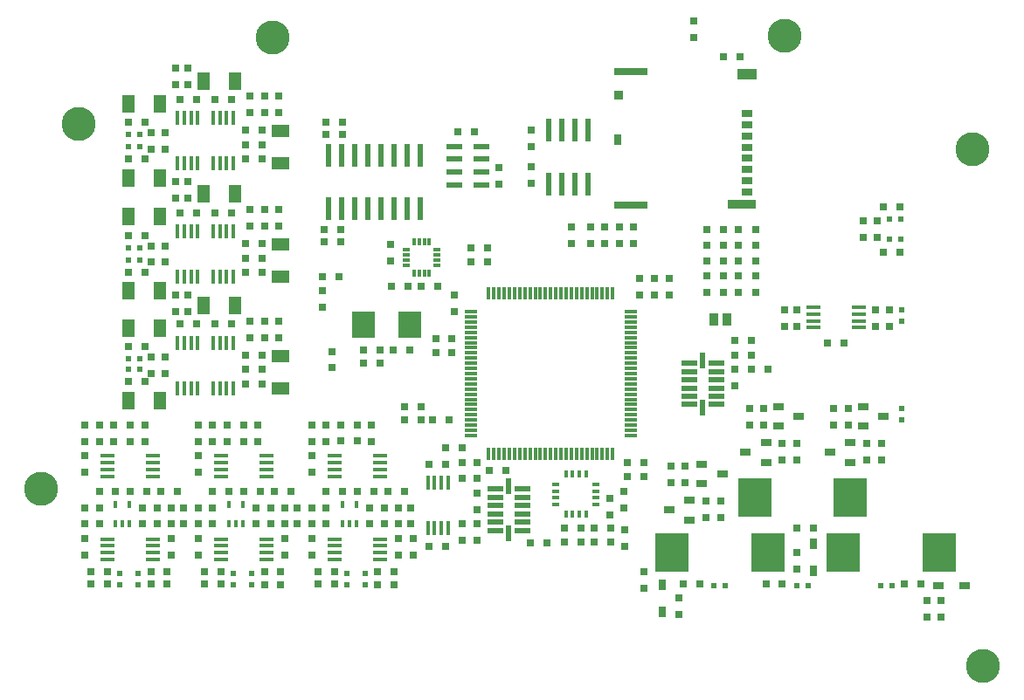
<source format=gtp>
%FSLAX46Y46*%
G04 Gerber Fmt 4.6, Leading zero omitted, Abs format (unit mm)*
G04 Created by KiCad (PCBNEW (2014-jul-16 BZR unknown)-product) date Fri 01 Aug 2014 23:31:30 BST*
%MOMM*%
G01*
G04 APERTURE LIST*
%ADD10C,0.100000*%
%ADD11R,1.200000X1.700000*%
%ADD12R,1.700000X1.200000*%
%ADD13R,0.500000X0.600000*%
%ADD14R,0.800000X0.800000*%
%ADD15R,0.600000X0.500000*%
%ADD16R,0.700000X1.000000*%
%ADD17R,1.000000X0.700000*%
%ADD18R,0.965200X1.270000*%
%ADD19R,1.400000X0.400000*%
%ADD20R,1.200000X0.300000*%
%ADD21R,0.300000X1.200000*%
%ADD22R,0.400000X0.800000*%
%ADD23R,1.545000X0.550000*%
%ADD24R,0.550000X1.545000*%
%ADD25R,1.500000X0.600000*%
%ADD26R,0.800000X0.300000*%
%ADD27R,0.300000X0.800000*%
%ADD28R,0.600000X2.200000*%
%ADD29R,0.400000X1.400000*%
%ADD30R,3.200000X3.700000*%
%ADD31R,1.000000X0.800000*%
%ADD32R,2.300000X2.500000*%
%ADD33R,1.100000X0.700000*%
%ADD34R,1.830000X1.140000*%
%ADD35R,2.800000X0.860000*%
%ADD36R,3.330000X0.700000*%
%ADD37R,0.930000X0.900000*%
%ADD38R,0.780000X1.050000*%
%ADD39C,3.300000*%
G04 APERTURE END LIST*
D10*
D11*
X12600000Y-10800000D03*
X15700000Y-10800000D03*
X23000000Y-8600000D03*
X19900000Y-8600000D03*
D12*
X27400000Y-16600000D03*
X27400000Y-13500000D03*
D11*
X12600000Y-18000000D03*
X15700000Y-18000000D03*
X12600000Y-21800000D03*
X15700000Y-21800000D03*
X23000000Y-19600000D03*
X19900000Y-19600000D03*
D12*
X27400000Y-27600000D03*
X27400000Y-24500000D03*
D11*
X12600000Y-29000000D03*
X15700000Y-29000000D03*
X12600000Y-32600000D03*
X15700000Y-32600000D03*
X23000000Y-30400000D03*
X19900000Y-30400000D03*
D12*
X27400000Y-38400000D03*
X27400000Y-35300000D03*
D11*
X12600000Y-39600000D03*
X15700000Y-39600000D03*
D13*
X87600000Y-40400000D03*
X87600000Y-41500000D03*
X87600000Y-30800000D03*
X87600000Y-31900000D03*
X11800000Y-56400000D03*
X11800000Y-57500000D03*
X13600000Y-56400000D03*
X13600000Y-57500000D03*
X22800000Y-56400000D03*
X22800000Y-57500000D03*
X24600000Y-56400000D03*
X24600000Y-57500000D03*
X33800000Y-56400000D03*
X33800000Y-57500000D03*
X35600000Y-56400000D03*
X35600000Y-57500000D03*
D14*
X71750000Y-29100000D03*
X73400000Y-29100000D03*
X71750000Y-27550000D03*
X73400000Y-27550000D03*
X71750000Y-26050000D03*
X73400000Y-26050000D03*
X71750000Y-24550000D03*
X73400000Y-24550000D03*
X71750000Y-23050000D03*
X73400000Y-23050000D03*
D15*
X86400000Y-22000000D03*
X87500000Y-22000000D03*
X86400000Y-24000000D03*
X87500000Y-24000000D03*
D16*
X64400000Y-57500000D03*
X64400000Y-60100000D03*
D15*
X69400000Y-57600000D03*
X70500000Y-57600000D03*
D16*
X79000000Y-56100000D03*
X79000000Y-53500000D03*
D15*
X77400000Y-57600000D03*
X78500000Y-57600000D03*
D17*
X91100000Y-57600000D03*
X93700000Y-57600000D03*
D15*
X86600000Y-57600000D03*
X85500000Y-57600000D03*
X12600000Y-13800000D03*
X13700000Y-13800000D03*
X12600000Y-15000000D03*
X13700000Y-15000000D03*
X12600000Y-24800000D03*
X13700000Y-24800000D03*
X12600000Y-26000000D03*
X13700000Y-26000000D03*
X12600000Y-35600000D03*
X13700000Y-35600000D03*
X12600000Y-36600000D03*
X13700000Y-36600000D03*
D18*
X70635000Y-31750000D03*
X69365000Y-31750000D03*
D19*
X79000000Y-30600000D03*
X79000000Y-31250000D03*
X79000000Y-31900000D03*
X79000000Y-32550000D03*
X83400000Y-32550000D03*
X83400000Y-31900000D03*
X83400000Y-31250000D03*
X83400000Y-30600000D03*
D20*
X45800000Y-31000000D03*
X45800000Y-31500000D03*
X45800000Y-32000000D03*
X45800000Y-32500000D03*
X45800000Y-33000000D03*
X45800000Y-33500000D03*
X45800000Y-34000000D03*
X45800000Y-34500000D03*
X45800000Y-35000000D03*
X45800000Y-35500000D03*
X45800000Y-36000000D03*
X45800000Y-36500000D03*
X45800000Y-37000000D03*
X45800000Y-37500000D03*
X45800000Y-38000000D03*
X45800000Y-38500000D03*
X45800000Y-39000000D03*
X45800000Y-39500000D03*
X45800000Y-40000000D03*
X45800000Y-40500000D03*
X45800000Y-41000000D03*
X45800000Y-41500000D03*
X45800000Y-42000000D03*
X45800000Y-42500000D03*
X45800000Y-43000000D03*
D21*
X47550000Y-44750000D03*
X48050000Y-44750000D03*
X48550000Y-44750000D03*
X49050000Y-44750000D03*
X49550000Y-44750000D03*
X50050000Y-44750000D03*
X50550000Y-44750000D03*
X51050000Y-44750000D03*
X51550000Y-44750000D03*
X52050000Y-44750000D03*
X52550000Y-44750000D03*
X53050000Y-44750000D03*
X53550000Y-44750000D03*
X54050000Y-44750000D03*
X54550000Y-44750000D03*
X55050000Y-44750000D03*
X55550000Y-44750000D03*
X56050000Y-44750000D03*
X56550000Y-44750000D03*
X57050000Y-44750000D03*
X57550000Y-44750000D03*
X58050000Y-44750000D03*
X58550000Y-44750000D03*
X59050000Y-44750000D03*
X59550000Y-44750000D03*
D20*
X61300000Y-43000000D03*
X61300000Y-42500000D03*
X61300000Y-42000000D03*
X61300000Y-41500000D03*
X61300000Y-41000000D03*
X61300000Y-40500000D03*
X61300000Y-40000000D03*
X61300000Y-39500000D03*
X61300000Y-39000000D03*
X61300000Y-38500000D03*
X61300000Y-38000000D03*
X61300000Y-37500000D03*
X61300000Y-37000000D03*
X61300000Y-36500000D03*
X61300000Y-36000000D03*
X61300000Y-35500000D03*
X61300000Y-35000000D03*
X61300000Y-34500000D03*
X61300000Y-34000000D03*
X61300000Y-33500000D03*
X61300000Y-33000000D03*
X61300000Y-32500000D03*
X61300000Y-32000000D03*
X61300000Y-31500000D03*
X61300000Y-31000000D03*
D21*
X59550000Y-29250000D03*
X59050000Y-29250000D03*
X58550000Y-29250000D03*
X58050000Y-29250000D03*
X57550000Y-29250000D03*
X57050000Y-29250000D03*
X56550000Y-29250000D03*
X56050000Y-29250000D03*
X55550000Y-29250000D03*
X55050000Y-29250000D03*
X54550000Y-29250000D03*
X54050000Y-29250000D03*
X53550000Y-29250000D03*
X53050000Y-29250000D03*
X52550000Y-29250000D03*
X52050000Y-29250000D03*
X51550000Y-29250000D03*
X51050000Y-29250000D03*
X50550000Y-29250000D03*
X50050000Y-29250000D03*
X49550000Y-29250000D03*
X49050000Y-29250000D03*
X48550000Y-29250000D03*
X48050000Y-29250000D03*
X47550000Y-29250000D03*
D19*
X15000000Y-55000000D03*
X15000000Y-54350000D03*
X15000000Y-53700000D03*
X15000000Y-53050000D03*
X10600000Y-53050000D03*
X10600000Y-53700000D03*
X10600000Y-54350000D03*
X10600000Y-55000000D03*
X10600000Y-45000000D03*
X10600000Y-45650000D03*
X10600000Y-46300000D03*
X10600000Y-46950000D03*
X15000000Y-46950000D03*
X15000000Y-46300000D03*
X15000000Y-45650000D03*
X15000000Y-45000000D03*
D22*
X11400000Y-51600000D03*
X12050000Y-51600000D03*
X12700000Y-51600000D03*
X11400000Y-49700000D03*
X12700000Y-49700000D03*
D19*
X26000000Y-55000000D03*
X26000000Y-54350000D03*
X26000000Y-53700000D03*
X26000000Y-53050000D03*
X21600000Y-53050000D03*
X21600000Y-53700000D03*
X21600000Y-54350000D03*
X21600000Y-55000000D03*
X21600000Y-45000000D03*
X21600000Y-45650000D03*
X21600000Y-46300000D03*
X21600000Y-46950000D03*
X26000000Y-46950000D03*
X26000000Y-46300000D03*
X26000000Y-45650000D03*
X26000000Y-45000000D03*
D22*
X22400000Y-51600000D03*
X23050000Y-51600000D03*
X23700000Y-51600000D03*
X22400000Y-49700000D03*
X23700000Y-49700000D03*
D19*
X37000000Y-55000000D03*
X37000000Y-54350000D03*
X37000000Y-53700000D03*
X37000000Y-53050000D03*
X32600000Y-53050000D03*
X32600000Y-53700000D03*
X32600000Y-54350000D03*
X32600000Y-55000000D03*
X32600000Y-45000000D03*
X32600000Y-45650000D03*
X32600000Y-46300000D03*
X32600000Y-46950000D03*
X37000000Y-46950000D03*
X37000000Y-46300000D03*
X37000000Y-45650000D03*
X37000000Y-45000000D03*
D22*
X33400000Y-51600000D03*
X34050000Y-51600000D03*
X34700000Y-51600000D03*
X33400000Y-49700000D03*
X34700000Y-49700000D03*
D23*
X48200000Y-48200000D03*
X48200000Y-49000000D03*
X48200000Y-49800000D03*
X48200000Y-50600000D03*
X48200000Y-51400000D03*
X48200000Y-52200000D03*
X50795000Y-52200000D03*
X50795000Y-51400000D03*
X50795000Y-50600000D03*
X50795000Y-49800000D03*
X50795000Y-49000000D03*
X50795000Y-48200000D03*
D24*
X49500000Y-47902500D03*
X49500000Y-52497500D03*
D23*
X69600000Y-40000000D03*
X69600000Y-39200000D03*
X69600000Y-38400000D03*
X69600000Y-37600000D03*
X69600000Y-36800000D03*
X69600000Y-36000000D03*
X67005000Y-36000000D03*
X67005000Y-36800000D03*
X67005000Y-37600000D03*
X67005000Y-38400000D03*
X67005000Y-39200000D03*
X67005000Y-40000000D03*
D24*
X68300000Y-40297500D03*
X68300000Y-35702500D03*
D25*
X46800000Y-18700000D03*
X46800000Y-17450000D03*
X46800000Y-16200000D03*
X44200000Y-16200000D03*
X44200000Y-17450000D03*
X44200000Y-18700000D03*
X46800000Y-14950000D03*
X44200000Y-14950000D03*
D26*
X57950000Y-49700000D03*
X57950000Y-49050000D03*
X57950000Y-48400000D03*
X57950000Y-47750000D03*
D27*
X56975000Y-46775000D03*
X56325000Y-46775000D03*
X55675000Y-46775000D03*
X55025000Y-46775000D03*
D26*
X54050000Y-47750000D03*
X54050000Y-48400000D03*
X54050000Y-49050000D03*
X54050000Y-49700000D03*
D27*
X55025000Y-50675000D03*
X55675000Y-50675000D03*
X56325000Y-50675000D03*
X56975000Y-50675000D03*
D28*
X32000000Y-21000000D03*
X33270000Y-21000000D03*
X34540000Y-21000000D03*
X35810000Y-21000000D03*
X35810000Y-15793000D03*
X34540000Y-15793000D03*
X33270000Y-15793000D03*
X32000000Y-15793000D03*
X37080000Y-21000000D03*
X38350000Y-21000000D03*
X39620000Y-21000000D03*
X40890000Y-21000000D03*
X37080000Y-15793000D03*
X38350000Y-15793000D03*
X39620000Y-15793000D03*
X40890000Y-15793000D03*
X53350000Y-18600000D03*
X54620000Y-18600000D03*
X55890000Y-18600000D03*
X57160000Y-18600000D03*
X57160000Y-13393000D03*
X55890000Y-13393000D03*
X54620000Y-13393000D03*
X53350000Y-13393000D03*
D29*
X17400000Y-16600000D03*
X18050000Y-16600000D03*
X18700000Y-16600000D03*
X19350000Y-16600000D03*
X19350000Y-12200000D03*
X18700000Y-12200000D03*
X18050000Y-12200000D03*
X17400000Y-12200000D03*
X22800000Y-12200000D03*
X22150000Y-12200000D03*
X21500000Y-12200000D03*
X20850000Y-12200000D03*
X20850000Y-16600000D03*
X21500000Y-16600000D03*
X22150000Y-16600000D03*
X22800000Y-16600000D03*
X17400000Y-27600000D03*
X18050000Y-27600000D03*
X18700000Y-27600000D03*
X19350000Y-27600000D03*
X19350000Y-23200000D03*
X18700000Y-23200000D03*
X18050000Y-23200000D03*
X17400000Y-23200000D03*
X22800000Y-23200000D03*
X22150000Y-23200000D03*
X21500000Y-23200000D03*
X20850000Y-23200000D03*
X20850000Y-27600000D03*
X21500000Y-27600000D03*
X22150000Y-27600000D03*
X22800000Y-27600000D03*
X17400000Y-38400000D03*
X18050000Y-38400000D03*
X18700000Y-38400000D03*
X19350000Y-38400000D03*
X19350000Y-34000000D03*
X18700000Y-34000000D03*
X18050000Y-34000000D03*
X17400000Y-34000000D03*
X22800000Y-34000000D03*
X22150000Y-34000000D03*
X21500000Y-34000000D03*
X20850000Y-34000000D03*
X20850000Y-38400000D03*
X21500000Y-38400000D03*
X22150000Y-38400000D03*
X22800000Y-38400000D03*
D14*
X45000000Y-47200000D03*
X45000000Y-45600000D03*
X46400000Y-45600000D03*
X46400000Y-47200000D03*
X60200000Y-22800000D03*
X60200000Y-24400000D03*
X61600000Y-22800000D03*
X61600000Y-24400000D03*
X58800000Y-22800000D03*
X58800000Y-24400000D03*
X57400000Y-22800000D03*
X57400000Y-24400000D03*
X55600000Y-22800000D03*
X55600000Y-24400000D03*
X35400000Y-36000000D03*
X37000000Y-36000000D03*
X16400000Y-57400000D03*
X14800000Y-57400000D03*
X15400000Y-50000000D03*
X15400000Y-51600000D03*
X16800000Y-54600000D03*
X16800000Y-53000000D03*
X8400000Y-53000000D03*
X8400000Y-54600000D03*
X9800000Y-50000000D03*
X9800000Y-51600000D03*
X8400000Y-45000000D03*
X8400000Y-46600000D03*
X9800000Y-42000000D03*
X9800000Y-43600000D03*
X14000000Y-51600000D03*
X14000000Y-50000000D03*
X27400000Y-57500000D03*
X25800000Y-57500000D03*
X26400000Y-50000000D03*
X26400000Y-51600000D03*
X27800000Y-54600000D03*
X27800000Y-53000000D03*
X19400000Y-53000000D03*
X19400000Y-54600000D03*
X20800000Y-50000000D03*
X20800000Y-51600000D03*
X19400000Y-45000000D03*
X19400000Y-46600000D03*
X20800000Y-42000000D03*
X20800000Y-43600000D03*
X25000000Y-51600000D03*
X25000000Y-50000000D03*
X38400000Y-57500000D03*
X36800000Y-57500000D03*
X37400000Y-50000000D03*
X37400000Y-51600000D03*
X38800000Y-54600000D03*
X38800000Y-53000000D03*
X30400000Y-53000000D03*
X30400000Y-54600000D03*
X31800000Y-50000000D03*
X31800000Y-51600000D03*
X30400000Y-45000000D03*
X30400000Y-46600000D03*
X31800000Y-42000000D03*
X31800000Y-43600000D03*
X36000000Y-51600000D03*
X36000000Y-50000000D03*
X53200000Y-53400000D03*
X51600000Y-53400000D03*
X73000000Y-33800000D03*
X71400000Y-33800000D03*
X60600000Y-50000000D03*
X60600000Y-48400000D03*
X47400000Y-26200000D03*
X45800000Y-26200000D03*
X59250000Y-50700000D03*
X59250000Y-49100000D03*
X47400000Y-24800000D03*
X45800000Y-24800000D03*
X46150000Y-13550000D03*
X44550000Y-13550000D03*
X60700000Y-52150000D03*
X60700000Y-53750000D03*
X70250000Y-29100000D03*
X68650000Y-29100000D03*
X70250000Y-27550000D03*
X68650000Y-27550000D03*
X70250000Y-26050000D03*
X68650000Y-26050000D03*
X70250000Y-24550000D03*
X68650000Y-24550000D03*
X70250000Y-23050000D03*
X68650000Y-23050000D03*
X85200000Y-22200000D03*
X85200000Y-23800000D03*
X83800000Y-22200000D03*
X83800000Y-23800000D03*
X68600000Y-51000000D03*
X68600000Y-49400000D03*
X65200000Y-46000000D03*
X65200000Y-47600000D03*
X70000000Y-51000000D03*
X70000000Y-49400000D03*
X66600000Y-46000000D03*
X66600000Y-47600000D03*
D30*
X74600000Y-54400000D03*
X65300000Y-54400000D03*
D14*
X68000000Y-57400000D03*
X66400000Y-57400000D03*
X66000000Y-58800000D03*
X66000000Y-60400000D03*
X76000000Y-45400000D03*
X76000000Y-43800000D03*
X72800000Y-40400000D03*
X72800000Y-42000000D03*
X77400000Y-45400000D03*
X77400000Y-43800000D03*
X74200000Y-40400000D03*
X74200000Y-42000000D03*
D30*
X82600000Y-49000000D03*
X73300000Y-49000000D03*
D14*
X76000000Y-57400000D03*
X74400000Y-57400000D03*
X77400000Y-56000000D03*
X77400000Y-54400000D03*
X84200000Y-45400000D03*
X84200000Y-43800000D03*
X81000000Y-40400000D03*
X81000000Y-42000000D03*
X85600000Y-45400000D03*
X85600000Y-43800000D03*
X82400000Y-40400000D03*
X82400000Y-42000000D03*
D30*
X91200000Y-54400000D03*
X81900000Y-54400000D03*
D14*
X87800000Y-57400000D03*
X89400000Y-57400000D03*
X90000000Y-59000000D03*
X90000000Y-60600000D03*
X14200000Y-12600000D03*
X12600000Y-12600000D03*
X19200000Y-10400000D03*
X17600000Y-10400000D03*
X22600000Y-10400000D03*
X21000000Y-10400000D03*
X25600000Y-13400000D03*
X24000000Y-13400000D03*
X24000000Y-14800000D03*
X25600000Y-14800000D03*
X14200000Y-16200000D03*
X12600000Y-16200000D03*
X16200000Y-15200000D03*
X16200000Y-13600000D03*
X14200000Y-23600000D03*
X12600000Y-23600000D03*
X19200000Y-21400000D03*
X17600000Y-21400000D03*
X22600000Y-21400000D03*
X21000000Y-21400000D03*
X25600000Y-24400000D03*
X24000000Y-24400000D03*
X24000000Y-25800000D03*
X25600000Y-25800000D03*
X14200000Y-27200000D03*
X12600000Y-27200000D03*
X16200000Y-26200000D03*
X16200000Y-24600000D03*
X14200000Y-34400000D03*
X12600000Y-34400000D03*
X19200000Y-32200000D03*
X17600000Y-32200000D03*
X22600000Y-32200000D03*
X21000000Y-32200000D03*
X25600000Y-35200000D03*
X24000000Y-35200000D03*
X24000000Y-36600000D03*
X25600000Y-36600000D03*
X14200000Y-37800000D03*
X12600000Y-37800000D03*
X16200000Y-37000000D03*
X16200000Y-35400000D03*
D27*
X41800000Y-24250000D03*
X41300000Y-24250000D03*
X40800000Y-24250000D03*
X40300000Y-24250000D03*
D26*
X39550000Y-25000000D03*
X39550000Y-25500000D03*
X39550000Y-26000000D03*
X39550000Y-26500000D03*
D27*
X40300000Y-27250000D03*
X40800000Y-27250000D03*
X41300000Y-27250000D03*
X41800000Y-27250000D03*
D26*
X42550000Y-26500000D03*
X42550000Y-26000000D03*
X42550000Y-25500000D03*
X42550000Y-25000000D03*
D14*
X24000000Y-38000000D03*
X25600000Y-38000000D03*
X24400000Y-31900000D03*
X24400000Y-33500000D03*
X14800000Y-35400000D03*
X14800000Y-37000000D03*
X27200000Y-33500000D03*
X27200000Y-31900000D03*
X25800000Y-33500000D03*
X25800000Y-31900000D03*
X17200000Y-31000000D03*
X17200000Y-29400000D03*
X18400000Y-31000000D03*
X18400000Y-29400000D03*
X24000000Y-27200000D03*
X25600000Y-27200000D03*
X24400000Y-21100000D03*
X24400000Y-22700000D03*
X14800000Y-24600000D03*
X14800000Y-26200000D03*
X27200000Y-22700000D03*
X27200000Y-21100000D03*
X25800000Y-22700000D03*
X25800000Y-21100000D03*
X17200000Y-20000000D03*
X17200000Y-18400000D03*
X18400000Y-20000000D03*
X18400000Y-18400000D03*
X24000000Y-16200000D03*
X25600000Y-16200000D03*
X24400000Y-10100000D03*
X24400000Y-11700000D03*
X14800000Y-13600000D03*
X14800000Y-15200000D03*
X27200000Y-11700000D03*
X27200000Y-10100000D03*
X25800000Y-11700000D03*
X25800000Y-10100000D03*
X17200000Y-9000000D03*
X17200000Y-7400000D03*
X18400000Y-9000000D03*
X18400000Y-7400000D03*
X91400000Y-60600000D03*
X91400000Y-59000000D03*
X77400000Y-52000000D03*
X79000000Y-52000000D03*
X62600000Y-57800000D03*
X62600000Y-56200000D03*
X51700000Y-15000000D03*
X51700000Y-13400000D03*
X87400000Y-25200000D03*
X85800000Y-25200000D03*
X51700000Y-16950000D03*
X51700000Y-18550000D03*
X85800000Y-20800000D03*
X87400000Y-20800000D03*
X31800000Y-13800000D03*
X33400000Y-13800000D03*
X33200000Y-23000000D03*
X31600000Y-23000000D03*
X31800000Y-12600000D03*
X33400000Y-12600000D03*
X33200000Y-24200000D03*
X31600000Y-24200000D03*
X42600000Y-28500000D03*
X41000000Y-28500000D03*
X59350000Y-52000000D03*
X57750000Y-52000000D03*
X38100000Y-28500000D03*
X39700000Y-28500000D03*
X59350000Y-53300000D03*
X57750000Y-53300000D03*
X56450000Y-52000000D03*
X54850000Y-52000000D03*
X56450000Y-53300000D03*
X54850000Y-53300000D03*
X38000000Y-24500000D03*
X38000000Y-26100000D03*
X48550000Y-18600000D03*
X48550000Y-17000000D03*
X73000000Y-36600000D03*
X74600000Y-36600000D03*
X71400000Y-35200000D03*
X73000000Y-35200000D03*
X71400000Y-38200000D03*
X71400000Y-36600000D03*
X45000000Y-53200000D03*
X45000000Y-51600000D03*
X46400000Y-53200000D03*
X46400000Y-51600000D03*
X46400000Y-48600000D03*
X46400000Y-50200000D03*
X34800000Y-43500000D03*
X33200000Y-43500000D03*
X36200000Y-43600000D03*
X36200000Y-42000000D03*
X36400000Y-48400000D03*
X34800000Y-48400000D03*
X31000000Y-56200000D03*
X32600000Y-56200000D03*
X38800000Y-51600000D03*
X38800000Y-50000000D03*
X33200000Y-42000000D03*
X34800000Y-42000000D03*
X31800000Y-48400000D03*
X33400000Y-48400000D03*
X37800000Y-48400000D03*
X39400000Y-48400000D03*
X32600000Y-57400000D03*
X31000000Y-57400000D03*
X40000000Y-50000000D03*
X40000000Y-51600000D03*
X30400000Y-42000000D03*
X30400000Y-43600000D03*
X30400000Y-50000000D03*
X30400000Y-51600000D03*
X38400000Y-56200000D03*
X36800000Y-56200000D03*
X23800000Y-43600000D03*
X22200000Y-43600000D03*
X25200000Y-43600000D03*
X25200000Y-42000000D03*
X25400000Y-48400000D03*
X23800000Y-48400000D03*
X20000000Y-56200000D03*
X21600000Y-56200000D03*
X27800000Y-51600000D03*
X27800000Y-50000000D03*
X22200000Y-42000000D03*
X23800000Y-42000000D03*
X20800000Y-48400000D03*
X22400000Y-48400000D03*
X26800000Y-48400000D03*
X28400000Y-48400000D03*
X21600000Y-57400000D03*
X20000000Y-57400000D03*
X29000000Y-50000000D03*
X29000000Y-51600000D03*
X19400000Y-42000000D03*
X19400000Y-43600000D03*
X19400000Y-50000000D03*
X19400000Y-51600000D03*
X27400000Y-56200000D03*
X25800000Y-56200000D03*
X12800000Y-43600000D03*
X11200000Y-43600000D03*
X14200000Y-43600000D03*
X14200000Y-42000000D03*
X14400000Y-48400000D03*
X12800000Y-48400000D03*
X9000000Y-56200000D03*
X10600000Y-56200000D03*
X16800000Y-51600000D03*
X16800000Y-50000000D03*
X11200000Y-42000000D03*
X12800000Y-42000000D03*
X9800000Y-48400000D03*
X11400000Y-48400000D03*
X15800000Y-48400000D03*
X17400000Y-48400000D03*
X10600000Y-57400000D03*
X9000000Y-57400000D03*
X18000000Y-50000000D03*
X18000000Y-51600000D03*
X8400000Y-42000000D03*
X8400000Y-43600000D03*
X8400000Y-50000000D03*
X8400000Y-51600000D03*
X16400000Y-56200000D03*
X14800000Y-56200000D03*
X35400000Y-34700000D03*
X37000000Y-34700000D03*
X32400000Y-34850000D03*
X32400000Y-36450000D03*
X39900000Y-34700000D03*
X38300000Y-34700000D03*
X65000000Y-29400000D03*
X65000000Y-27800000D03*
X61000000Y-47000000D03*
X62600000Y-47000000D03*
X43700000Y-41500000D03*
X42100000Y-41500000D03*
X41000000Y-41500000D03*
X39400000Y-41500000D03*
X44200000Y-29400000D03*
X44200000Y-31000000D03*
X49200000Y-46400000D03*
X47600000Y-46400000D03*
X61000000Y-45600000D03*
X62600000Y-45600000D03*
X41000000Y-40200000D03*
X39400000Y-40200000D03*
X44000000Y-33600000D03*
X42400000Y-33600000D03*
X44000000Y-35000000D03*
X42400000Y-35000000D03*
X62150000Y-29400000D03*
X62150000Y-27800000D03*
X63600000Y-29400000D03*
X63600000Y-27800000D03*
X70300000Y-6300000D03*
X71900000Y-6300000D03*
X76200000Y-30800000D03*
X76200000Y-32400000D03*
X77400000Y-30800000D03*
X77400000Y-32400000D03*
X80400000Y-34000000D03*
X82000000Y-34000000D03*
X85000000Y-30800000D03*
X85000000Y-32400000D03*
X67400000Y-2800000D03*
X67400000Y-4400000D03*
X86400000Y-30800000D03*
X86400000Y-32400000D03*
X43400000Y-44200000D03*
X45000000Y-44200000D03*
D31*
X67000000Y-51200000D03*
X67000000Y-49300000D03*
X65000000Y-50250000D03*
X68200000Y-45800000D03*
X68200000Y-47700000D03*
X70200000Y-46750000D03*
X74400000Y-45600000D03*
X74400000Y-43700000D03*
X72400000Y-44650000D03*
X75600000Y-40200000D03*
X75600000Y-42100000D03*
X77600000Y-41150000D03*
X82600000Y-45600000D03*
X82600000Y-43700000D03*
X80600000Y-44650000D03*
X83800000Y-40200000D03*
X83800000Y-42100000D03*
X85800000Y-41150000D03*
D14*
X43400000Y-53800000D03*
X41800000Y-53800000D03*
X40200000Y-54600000D03*
X40200000Y-53000000D03*
X41800000Y-45800000D03*
X43400000Y-45800000D03*
D29*
X43600000Y-47600000D03*
X42950000Y-47600000D03*
X42300000Y-47600000D03*
X41650000Y-47600000D03*
X41650000Y-52000000D03*
X42300000Y-52000000D03*
X42950000Y-52000000D03*
X43600000Y-52000000D03*
D32*
X39900000Y-32300000D03*
X35400000Y-32300000D03*
D33*
X72600000Y-11800000D03*
X72600000Y-12900000D03*
X72600000Y-14000000D03*
X72600000Y-15100000D03*
X72600000Y-16100000D03*
X72600000Y-17200000D03*
X72600000Y-18300000D03*
X72600000Y-19400000D03*
D34*
X72585000Y-7920000D03*
D35*
X72100000Y-20580000D03*
D36*
X61335000Y-20660000D03*
X61335000Y-7700000D03*
D37*
X60135000Y-10010000D03*
D38*
X60060000Y-14275000D03*
D14*
X31400000Y-27600000D03*
X33050000Y-27600000D03*
X31400000Y-29000000D03*
X31400000Y-30600000D03*
D39*
X7800000Y-12800000D03*
X94400000Y-15200000D03*
X95400000Y-65400000D03*
X76200000Y-4200000D03*
X26600000Y-4400000D03*
X4200000Y-48200000D03*
M02*

</source>
